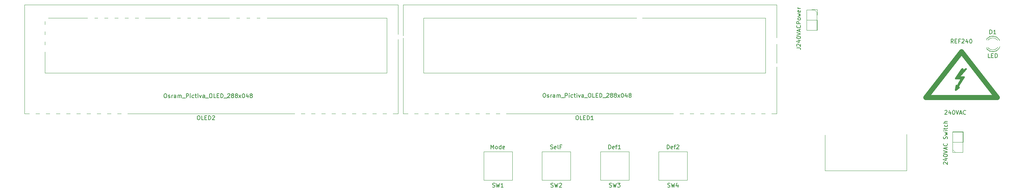
<source format=gto>
%TF.GenerationSoftware,KiCad,Pcbnew,(6.0.0)*%
%TF.CreationDate,2022-01-20T15:09:39+01:00*%
%TF.ProjectId,AlimentatoreDaBancoExATX,416c696d-656e-4746-9174-6f7265446142,rev?*%
%TF.SameCoordinates,Original*%
%TF.FileFunction,Legend,Top*%
%TF.FilePolarity,Positive*%
%FSLAX46Y46*%
G04 Gerber Fmt 4.6, Leading zero omitted, Abs format (unit mm)*
G04 Created by KiCad (PCBNEW (6.0.0)) date 2022-01-20 15:09:39*
%MOMM*%
%LPD*%
G01*
G04 APERTURE LIST*
%ADD10C,0.150000*%
%ADD11C,0.120000*%
%ADD12C,0.100000*%
%ADD13C,0.381000*%
%ADD14C,1.270000*%
%ADD15C,1.524000*%
%ADD16R,1.524000X1.524000*%
%ADD17O,1.524000X1.800000*%
%ADD18R,1.800000X1.800000*%
%ADD19C,1.800000*%
%ADD20C,27.000000*%
%ADD21C,2.500000*%
%ADD22R,1.700000X1.700000*%
%ADD23O,1.700000X1.700000*%
%ADD24R,1.600000X1.600000*%
%ADD25O,1.600000X1.600000*%
%ADD26R,1.500000X1.500000*%
%ADD27C,1.500000*%
%ADD28R,1.600000X2.400000*%
%ADD29O,1.600000X2.400000*%
%ADD30C,1.600000*%
G04 APERTURE END LIST*
D10*
%TO.C,SW2*%
X158070866Y-91717761D02*
X158213723Y-91765380D01*
X158451819Y-91765380D01*
X158547057Y-91717761D01*
X158594676Y-91670142D01*
X158642295Y-91574904D01*
X158642295Y-91479666D01*
X158594676Y-91384428D01*
X158547057Y-91336809D01*
X158451819Y-91289190D01*
X158261342Y-91241571D01*
X158166104Y-91193952D01*
X158118485Y-91146333D01*
X158070866Y-91051095D01*
X158070866Y-90955857D01*
X158118485Y-90860619D01*
X158166104Y-90813000D01*
X158261342Y-90765380D01*
X158499438Y-90765380D01*
X158642295Y-90813000D01*
X158975628Y-90765380D02*
X159213723Y-91765380D01*
X159404200Y-91051095D01*
X159594676Y-91765380D01*
X159832771Y-90765380D01*
X160166104Y-90860619D02*
X160213723Y-90813000D01*
X160308961Y-90765380D01*
X160547057Y-90765380D01*
X160642295Y-90813000D01*
X160689914Y-90860619D01*
X160737533Y-90955857D01*
X160737533Y-91051095D01*
X160689914Y-91193952D01*
X160118485Y-91765380D01*
X160737533Y-91765380D01*
X157957938Y-82167361D02*
X158100795Y-82214980D01*
X158338890Y-82214980D01*
X158434128Y-82167361D01*
X158481747Y-82119742D01*
X158529366Y-82024504D01*
X158529366Y-81929266D01*
X158481747Y-81834028D01*
X158434128Y-81786409D01*
X158338890Y-81738790D01*
X158148414Y-81691171D01*
X158053176Y-81643552D01*
X158005557Y-81595933D01*
X157957938Y-81500695D01*
X157957938Y-81405457D01*
X158005557Y-81310219D01*
X158053176Y-81262600D01*
X158148414Y-81214980D01*
X158386509Y-81214980D01*
X158529366Y-81262600D01*
X159338890Y-82167361D02*
X159243652Y-82214980D01*
X159053176Y-82214980D01*
X158957938Y-82167361D01*
X158910319Y-82072123D01*
X158910319Y-81691171D01*
X158957938Y-81595933D01*
X159053176Y-81548314D01*
X159243652Y-81548314D01*
X159338890Y-81595933D01*
X159386509Y-81691171D01*
X159386509Y-81786409D01*
X158910319Y-81881647D01*
X159957938Y-82214980D02*
X159862700Y-82167361D01*
X159815080Y-82072123D01*
X159815080Y-81214980D01*
X160672223Y-81691171D02*
X160338890Y-81691171D01*
X160338890Y-82214980D02*
X160338890Y-81214980D01*
X160815080Y-81214980D01*
%TO.C,OLED1*%
X164517628Y-73950580D02*
X164708104Y-73950580D01*
X164803342Y-73998200D01*
X164898580Y-74093438D01*
X164946200Y-74283914D01*
X164946200Y-74617247D01*
X164898580Y-74807723D01*
X164803342Y-74902961D01*
X164708104Y-74950580D01*
X164517628Y-74950580D01*
X164422390Y-74902961D01*
X164327152Y-74807723D01*
X164279533Y-74617247D01*
X164279533Y-74283914D01*
X164327152Y-74093438D01*
X164422390Y-73998200D01*
X164517628Y-73950580D01*
X165850961Y-74950580D02*
X165374771Y-74950580D01*
X165374771Y-73950580D01*
X166184295Y-74426771D02*
X166517628Y-74426771D01*
X166660485Y-74950580D02*
X166184295Y-74950580D01*
X166184295Y-73950580D01*
X166660485Y-73950580D01*
X167089057Y-74950580D02*
X167089057Y-73950580D01*
X167327152Y-73950580D01*
X167470009Y-73998200D01*
X167565247Y-74093438D01*
X167612866Y-74188676D01*
X167660485Y-74379152D01*
X167660485Y-74522009D01*
X167612866Y-74712485D01*
X167565247Y-74807723D01*
X167470009Y-74902961D01*
X167327152Y-74950580D01*
X167089057Y-74950580D01*
X168612866Y-74950580D02*
X168041438Y-74950580D01*
X168327152Y-74950580D02*
X168327152Y-73950580D01*
X168231914Y-74093438D01*
X168136676Y-74188676D01*
X168041438Y-74236295D01*
X156336204Y-68362580D02*
X156526680Y-68362580D01*
X156621919Y-68410200D01*
X156717157Y-68505438D01*
X156764776Y-68695914D01*
X156764776Y-69029247D01*
X156717157Y-69219723D01*
X156621919Y-69314961D01*
X156526680Y-69362580D01*
X156336204Y-69362580D01*
X156240966Y-69314961D01*
X156145728Y-69219723D01*
X156098109Y-69029247D01*
X156098109Y-68695914D01*
X156145728Y-68505438D01*
X156240966Y-68410200D01*
X156336204Y-68362580D01*
X157145728Y-69314961D02*
X157240966Y-69362580D01*
X157431442Y-69362580D01*
X157526680Y-69314961D01*
X157574300Y-69219723D01*
X157574300Y-69172104D01*
X157526680Y-69076866D01*
X157431442Y-69029247D01*
X157288585Y-69029247D01*
X157193347Y-68981628D01*
X157145728Y-68886390D01*
X157145728Y-68838771D01*
X157193347Y-68743533D01*
X157288585Y-68695914D01*
X157431442Y-68695914D01*
X157526680Y-68743533D01*
X158002871Y-69362580D02*
X158002871Y-68695914D01*
X158002871Y-68886390D02*
X158050490Y-68791152D01*
X158098109Y-68743533D01*
X158193347Y-68695914D01*
X158288585Y-68695914D01*
X159050490Y-69362580D02*
X159050490Y-68838771D01*
X159002871Y-68743533D01*
X158907633Y-68695914D01*
X158717157Y-68695914D01*
X158621919Y-68743533D01*
X159050490Y-69314961D02*
X158955252Y-69362580D01*
X158717157Y-69362580D01*
X158621919Y-69314961D01*
X158574300Y-69219723D01*
X158574300Y-69124485D01*
X158621919Y-69029247D01*
X158717157Y-68981628D01*
X158955252Y-68981628D01*
X159050490Y-68934009D01*
X159526680Y-69362580D02*
X159526680Y-68695914D01*
X159526680Y-68791152D02*
X159574300Y-68743533D01*
X159669538Y-68695914D01*
X159812395Y-68695914D01*
X159907633Y-68743533D01*
X159955252Y-68838771D01*
X159955252Y-69362580D01*
X159955252Y-68838771D02*
X160002871Y-68743533D01*
X160098109Y-68695914D01*
X160240966Y-68695914D01*
X160336204Y-68743533D01*
X160383823Y-68838771D01*
X160383823Y-69362580D01*
X160621919Y-69457819D02*
X161383823Y-69457819D01*
X161621919Y-69362580D02*
X161621919Y-68362580D01*
X162002871Y-68362580D01*
X162098109Y-68410200D01*
X162145728Y-68457819D01*
X162193347Y-68553057D01*
X162193347Y-68695914D01*
X162145728Y-68791152D01*
X162098109Y-68838771D01*
X162002871Y-68886390D01*
X161621919Y-68886390D01*
X162621919Y-69362580D02*
X162621919Y-68695914D01*
X162621919Y-68362580D02*
X162574300Y-68410200D01*
X162621919Y-68457819D01*
X162669538Y-68410200D01*
X162621919Y-68362580D01*
X162621919Y-68457819D01*
X163526680Y-69314961D02*
X163431442Y-69362580D01*
X163240966Y-69362580D01*
X163145728Y-69314961D01*
X163098109Y-69267342D01*
X163050490Y-69172104D01*
X163050490Y-68886390D01*
X163098109Y-68791152D01*
X163145728Y-68743533D01*
X163240966Y-68695914D01*
X163431442Y-68695914D01*
X163526680Y-68743533D01*
X163812395Y-68695914D02*
X164193347Y-68695914D01*
X163955252Y-68362580D02*
X163955252Y-69219723D01*
X164002871Y-69314961D01*
X164098109Y-69362580D01*
X164193347Y-69362580D01*
X164526680Y-69362580D02*
X164526680Y-68695914D01*
X164526680Y-68362580D02*
X164479061Y-68410200D01*
X164526680Y-68457819D01*
X164574300Y-68410200D01*
X164526680Y-68362580D01*
X164526680Y-68457819D01*
X164907633Y-68695914D02*
X165145728Y-69362580D01*
X165383823Y-68695914D01*
X166193347Y-69362580D02*
X166193347Y-68838771D01*
X166145728Y-68743533D01*
X166050490Y-68695914D01*
X165860014Y-68695914D01*
X165764776Y-68743533D01*
X166193347Y-69314961D02*
X166098109Y-69362580D01*
X165860014Y-69362580D01*
X165764776Y-69314961D01*
X165717157Y-69219723D01*
X165717157Y-69124485D01*
X165764776Y-69029247D01*
X165860014Y-68981628D01*
X166098109Y-68981628D01*
X166193347Y-68934009D01*
X166431442Y-69457819D02*
X167193347Y-69457819D01*
X167621919Y-68362580D02*
X167812395Y-68362580D01*
X167907633Y-68410200D01*
X168002871Y-68505438D01*
X168050490Y-68695914D01*
X168050490Y-69029247D01*
X168002871Y-69219723D01*
X167907633Y-69314961D01*
X167812395Y-69362580D01*
X167621919Y-69362580D01*
X167526680Y-69314961D01*
X167431442Y-69219723D01*
X167383823Y-69029247D01*
X167383823Y-68695914D01*
X167431442Y-68505438D01*
X167526680Y-68410200D01*
X167621919Y-68362580D01*
X168955252Y-69362580D02*
X168479061Y-69362580D01*
X168479061Y-68362580D01*
X169288585Y-68838771D02*
X169621919Y-68838771D01*
X169764776Y-69362580D02*
X169288585Y-69362580D01*
X169288585Y-68362580D01*
X169764776Y-68362580D01*
X170193347Y-69362580D02*
X170193347Y-68362580D01*
X170431442Y-68362580D01*
X170574300Y-68410200D01*
X170669538Y-68505438D01*
X170717157Y-68600676D01*
X170764776Y-68791152D01*
X170764776Y-68934009D01*
X170717157Y-69124485D01*
X170669538Y-69219723D01*
X170574300Y-69314961D01*
X170431442Y-69362580D01*
X170193347Y-69362580D01*
X170955252Y-69457819D02*
X171717157Y-69457819D01*
X171907633Y-68457819D02*
X171955252Y-68410200D01*
X172050490Y-68362580D01*
X172288585Y-68362580D01*
X172383823Y-68410200D01*
X172431442Y-68457819D01*
X172479061Y-68553057D01*
X172479061Y-68648295D01*
X172431442Y-68791152D01*
X171860014Y-69362580D01*
X172479061Y-69362580D01*
X173050490Y-68791152D02*
X172955252Y-68743533D01*
X172907633Y-68695914D01*
X172860014Y-68600676D01*
X172860014Y-68553057D01*
X172907633Y-68457819D01*
X172955252Y-68410200D01*
X173050490Y-68362580D01*
X173240966Y-68362580D01*
X173336204Y-68410200D01*
X173383823Y-68457819D01*
X173431442Y-68553057D01*
X173431442Y-68600676D01*
X173383823Y-68695914D01*
X173336204Y-68743533D01*
X173240966Y-68791152D01*
X173050490Y-68791152D01*
X172955252Y-68838771D01*
X172907633Y-68886390D01*
X172860014Y-68981628D01*
X172860014Y-69172104D01*
X172907633Y-69267342D01*
X172955252Y-69314961D01*
X173050490Y-69362580D01*
X173240966Y-69362580D01*
X173336204Y-69314961D01*
X173383823Y-69267342D01*
X173431442Y-69172104D01*
X173431442Y-68981628D01*
X173383823Y-68886390D01*
X173336204Y-68838771D01*
X173240966Y-68791152D01*
X174002871Y-68791152D02*
X173907633Y-68743533D01*
X173860014Y-68695914D01*
X173812395Y-68600676D01*
X173812395Y-68553057D01*
X173860014Y-68457819D01*
X173907633Y-68410200D01*
X174002871Y-68362580D01*
X174193347Y-68362580D01*
X174288585Y-68410200D01*
X174336204Y-68457819D01*
X174383823Y-68553057D01*
X174383823Y-68600676D01*
X174336204Y-68695914D01*
X174288585Y-68743533D01*
X174193347Y-68791152D01*
X174002871Y-68791152D01*
X173907633Y-68838771D01*
X173860014Y-68886390D01*
X173812395Y-68981628D01*
X173812395Y-69172104D01*
X173860014Y-69267342D01*
X173907633Y-69314961D01*
X174002871Y-69362580D01*
X174193347Y-69362580D01*
X174288585Y-69314961D01*
X174336204Y-69267342D01*
X174383823Y-69172104D01*
X174383823Y-68981628D01*
X174336204Y-68886390D01*
X174288585Y-68838771D01*
X174193347Y-68791152D01*
X174717157Y-69362580D02*
X175240966Y-68695914D01*
X174717157Y-68695914D02*
X175240966Y-69362580D01*
X175812395Y-68362580D02*
X175907633Y-68362580D01*
X176002871Y-68410200D01*
X176050490Y-68457819D01*
X176098109Y-68553057D01*
X176145728Y-68743533D01*
X176145728Y-68981628D01*
X176098109Y-69172104D01*
X176050490Y-69267342D01*
X176002871Y-69314961D01*
X175907633Y-69362580D01*
X175812395Y-69362580D01*
X175717157Y-69314961D01*
X175669538Y-69267342D01*
X175621919Y-69172104D01*
X175574300Y-68981628D01*
X175574300Y-68743533D01*
X175621919Y-68553057D01*
X175669538Y-68457819D01*
X175717157Y-68410200D01*
X175812395Y-68362580D01*
X177002871Y-68695914D02*
X177002871Y-69362580D01*
X176764776Y-68314961D02*
X176526680Y-69029247D01*
X177145728Y-69029247D01*
X177669538Y-68791152D02*
X177574300Y-68743533D01*
X177526680Y-68695914D01*
X177479061Y-68600676D01*
X177479061Y-68553057D01*
X177526680Y-68457819D01*
X177574300Y-68410200D01*
X177669538Y-68362580D01*
X177860014Y-68362580D01*
X177955252Y-68410200D01*
X178002871Y-68457819D01*
X178050490Y-68553057D01*
X178050490Y-68600676D01*
X178002871Y-68695914D01*
X177955252Y-68743533D01*
X177860014Y-68791152D01*
X177669538Y-68791152D01*
X177574300Y-68838771D01*
X177526680Y-68886390D01*
X177479061Y-68981628D01*
X177479061Y-69172104D01*
X177526680Y-69267342D01*
X177574300Y-69314961D01*
X177669538Y-69362580D01*
X177860014Y-69362580D01*
X177955252Y-69314961D01*
X178002871Y-69267342D01*
X178050490Y-69172104D01*
X178050490Y-68981628D01*
X178002871Y-68886390D01*
X177955252Y-68838771D01*
X177860014Y-68791152D01*
%TO.C,D1*%
X267292404Y-53512980D02*
X267292404Y-52512980D01*
X267530500Y-52512980D01*
X267673357Y-52560600D01*
X267768595Y-52655838D01*
X267816214Y-52751076D01*
X267863833Y-52941552D01*
X267863833Y-53084409D01*
X267816214Y-53274885D01*
X267768595Y-53370123D01*
X267673357Y-53465361D01*
X267530500Y-53512980D01*
X267292404Y-53512980D01*
X268816214Y-53512980D02*
X268244785Y-53512980D01*
X268530500Y-53512980D02*
X268530500Y-52512980D01*
X268435261Y-52655838D01*
X268340023Y-52751076D01*
X268244785Y-52798695D01*
X267387642Y-59432980D02*
X266911452Y-59432980D01*
X266911452Y-58432980D01*
X267720976Y-58909171D02*
X268054309Y-58909171D01*
X268197166Y-59432980D02*
X267720976Y-59432980D01*
X267720976Y-58432980D01*
X268197166Y-58432980D01*
X268625738Y-59432980D02*
X268625738Y-58432980D01*
X268863833Y-58432980D01*
X269006690Y-58480600D01*
X269101928Y-58575838D01*
X269149547Y-58671076D01*
X269197166Y-58861552D01*
X269197166Y-59004409D01*
X269149547Y-59194885D01*
X269101928Y-59290123D01*
X269006690Y-59385361D01*
X268863833Y-59432980D01*
X268625738Y-59432980D01*
%TO.C,REF240*%
X258223000Y-55824380D02*
X257889666Y-55348190D01*
X257651571Y-55824380D02*
X257651571Y-54824380D01*
X258032523Y-54824380D01*
X258127761Y-54872000D01*
X258175380Y-54919619D01*
X258223000Y-55014857D01*
X258223000Y-55157714D01*
X258175380Y-55252952D01*
X258127761Y-55300571D01*
X258032523Y-55348190D01*
X257651571Y-55348190D01*
X258651571Y-55300571D02*
X258984904Y-55300571D01*
X259127761Y-55824380D02*
X258651571Y-55824380D01*
X258651571Y-54824380D01*
X259127761Y-54824380D01*
X259889666Y-55300571D02*
X259556333Y-55300571D01*
X259556333Y-55824380D02*
X259556333Y-54824380D01*
X260032523Y-54824380D01*
X260365857Y-54919619D02*
X260413476Y-54872000D01*
X260508714Y-54824380D01*
X260746809Y-54824380D01*
X260842047Y-54872000D01*
X260889666Y-54919619D01*
X260937285Y-55014857D01*
X260937285Y-55110095D01*
X260889666Y-55252952D01*
X260318238Y-55824380D01*
X260937285Y-55824380D01*
X261794428Y-55157714D02*
X261794428Y-55824380D01*
X261556333Y-54776761D02*
X261318238Y-55491047D01*
X261937285Y-55491047D01*
X262508714Y-54824380D02*
X262603952Y-54824380D01*
X262699190Y-54872000D01*
X262746809Y-54919619D01*
X262794428Y-55014857D01*
X262842047Y-55205333D01*
X262842047Y-55443428D01*
X262794428Y-55633904D01*
X262746809Y-55729142D01*
X262699190Y-55776761D01*
X262603952Y-55824380D01*
X262508714Y-55824380D01*
X262413476Y-55776761D01*
X262365857Y-55729142D01*
X262318238Y-55633904D01*
X262270619Y-55443428D01*
X262270619Y-55205333D01*
X262318238Y-55014857D01*
X262365857Y-54919619D01*
X262413476Y-54872000D01*
X262508714Y-54824380D01*
X256103761Y-72699619D02*
X256151380Y-72652000D01*
X256246619Y-72604380D01*
X256484714Y-72604380D01*
X256579952Y-72652000D01*
X256627571Y-72699619D01*
X256675190Y-72794857D01*
X256675190Y-72890095D01*
X256627571Y-73032952D01*
X256056142Y-73604380D01*
X256675190Y-73604380D01*
X257532333Y-72937714D02*
X257532333Y-73604380D01*
X257294238Y-72556761D02*
X257056142Y-73271047D01*
X257675190Y-73271047D01*
X258246619Y-72604380D02*
X258341857Y-72604380D01*
X258437095Y-72652000D01*
X258484714Y-72699619D01*
X258532333Y-72794857D01*
X258579952Y-72985333D01*
X258579952Y-73223428D01*
X258532333Y-73413904D01*
X258484714Y-73509142D01*
X258437095Y-73556761D01*
X258341857Y-73604380D01*
X258246619Y-73604380D01*
X258151380Y-73556761D01*
X258103761Y-73509142D01*
X258056142Y-73413904D01*
X258008523Y-73223428D01*
X258008523Y-72985333D01*
X258056142Y-72794857D01*
X258103761Y-72699619D01*
X258151380Y-72652000D01*
X258246619Y-72604380D01*
X258865666Y-72604380D02*
X259199000Y-73604380D01*
X259532333Y-72604380D01*
X259818047Y-73318666D02*
X260294238Y-73318666D01*
X259722809Y-73604380D02*
X260056142Y-72604380D01*
X260389476Y-73604380D01*
X261294238Y-73509142D02*
X261246619Y-73556761D01*
X261103761Y-73604380D01*
X261008523Y-73604380D01*
X260865666Y-73556761D01*
X260770428Y-73461523D01*
X260722809Y-73366285D01*
X260675190Y-73175809D01*
X260675190Y-73032952D01*
X260722809Y-72842476D01*
X260770428Y-72747238D01*
X260865666Y-72652000D01*
X261008523Y-72604380D01*
X261103761Y-72604380D01*
X261246619Y-72652000D01*
X261294238Y-72699619D01*
%TO.C,SW1*%
X143538966Y-91717761D02*
X143681823Y-91765380D01*
X143919919Y-91765380D01*
X144015157Y-91717761D01*
X144062776Y-91670142D01*
X144110395Y-91574904D01*
X144110395Y-91479666D01*
X144062776Y-91384428D01*
X144015157Y-91336809D01*
X143919919Y-91289190D01*
X143729442Y-91241571D01*
X143634204Y-91193952D01*
X143586585Y-91146333D01*
X143538966Y-91051095D01*
X143538966Y-90955857D01*
X143586585Y-90860619D01*
X143634204Y-90813000D01*
X143729442Y-90765380D01*
X143967538Y-90765380D01*
X144110395Y-90813000D01*
X144443728Y-90765380D02*
X144681823Y-91765380D01*
X144872300Y-91051095D01*
X145062776Y-91765380D01*
X145300871Y-90765380D01*
X146205633Y-91765380D02*
X145634204Y-91765380D01*
X145919919Y-91765380D02*
X145919919Y-90765380D01*
X145824680Y-90908238D01*
X145729442Y-91003476D01*
X145634204Y-91051095D01*
X143164133Y-82214980D02*
X143164133Y-81214980D01*
X143497466Y-81929266D01*
X143830800Y-81214980D01*
X143830800Y-82214980D01*
X144449847Y-82214980D02*
X144354609Y-82167361D01*
X144306990Y-82119742D01*
X144259371Y-82024504D01*
X144259371Y-81738790D01*
X144306990Y-81643552D01*
X144354609Y-81595933D01*
X144449847Y-81548314D01*
X144592704Y-81548314D01*
X144687942Y-81595933D01*
X144735561Y-81643552D01*
X144783180Y-81738790D01*
X144783180Y-82024504D01*
X144735561Y-82119742D01*
X144687942Y-82167361D01*
X144592704Y-82214980D01*
X144449847Y-82214980D01*
X145640323Y-82214980D02*
X145640323Y-81214980D01*
X145640323Y-82167361D02*
X145545085Y-82214980D01*
X145354609Y-82214980D01*
X145259371Y-82167361D01*
X145211752Y-82119742D01*
X145164133Y-82024504D01*
X145164133Y-81738790D01*
X145211752Y-81643552D01*
X145259371Y-81595933D01*
X145354609Y-81548314D01*
X145545085Y-81548314D01*
X145640323Y-81595933D01*
X146497466Y-82167361D02*
X146402228Y-82214980D01*
X146211752Y-82214980D01*
X146116514Y-82167361D01*
X146068895Y-82072123D01*
X146068895Y-81691171D01*
X146116514Y-81595933D01*
X146211752Y-81548314D01*
X146402228Y-81548314D01*
X146497466Y-81595933D01*
X146545085Y-81691171D01*
X146545085Y-81786409D01*
X146068895Y-81881647D01*
%TO.C,U2*%
X237235904Y-70897619D02*
X237235904Y-70088095D01*
X237188285Y-69992857D01*
X237140666Y-69945238D01*
X237045428Y-69897619D01*
X236854952Y-69897619D01*
X236759714Y-69945238D01*
X236712095Y-69992857D01*
X236664476Y-70088095D01*
X236664476Y-70897619D01*
X236235904Y-70802380D02*
X236188285Y-70850000D01*
X236093047Y-70897619D01*
X235854952Y-70897619D01*
X235759714Y-70850000D01*
X235712095Y-70802380D01*
X235664476Y-70707142D01*
X235664476Y-70611904D01*
X235712095Y-70469047D01*
X236283523Y-69897619D01*
X235664476Y-69897619D01*
X246212095Y-69397619D02*
X246021619Y-69397619D01*
X245926380Y-69350000D01*
X245831142Y-69254761D01*
X245783523Y-69064285D01*
X245783523Y-68730952D01*
X245831142Y-68540476D01*
X245926380Y-68445238D01*
X246021619Y-68397619D01*
X246212095Y-68397619D01*
X246307333Y-68445238D01*
X246402571Y-68540476D01*
X246450190Y-68730952D01*
X246450190Y-69064285D01*
X246402571Y-69254761D01*
X246307333Y-69350000D01*
X246212095Y-69397619D01*
X245354952Y-69064285D02*
X245354952Y-68064285D01*
X245354952Y-69016666D02*
X245259714Y-69064285D01*
X245069238Y-69064285D01*
X244974000Y-69016666D01*
X244926380Y-68969047D01*
X244878761Y-68873809D01*
X244878761Y-68588095D01*
X244926380Y-68492857D01*
X244974000Y-68445238D01*
X245069238Y-68397619D01*
X245259714Y-68397619D01*
X245354952Y-68445238D01*
X244593047Y-69064285D02*
X244212095Y-69064285D01*
X244450190Y-69397619D02*
X244450190Y-68540476D01*
X244402571Y-68445238D01*
X244307333Y-68397619D01*
X244212095Y-68397619D01*
X243878761Y-68397619D02*
X243878761Y-69064285D01*
X243878761Y-69397619D02*
X243926380Y-69350000D01*
X243878761Y-69302380D01*
X243831142Y-69350000D01*
X243878761Y-69397619D01*
X243878761Y-69302380D01*
X242974000Y-68445238D02*
X243069238Y-68397619D01*
X243259714Y-68397619D01*
X243354952Y-68445238D01*
X243402571Y-68492857D01*
X243450190Y-68588095D01*
X243450190Y-68873809D01*
X243402571Y-68969047D01*
X243354952Y-69016666D01*
X243259714Y-69064285D01*
X243069238Y-69064285D01*
X242974000Y-69016666D01*
X242116857Y-68397619D02*
X242116857Y-68921428D01*
X242164476Y-69016666D01*
X242259714Y-69064285D01*
X242450190Y-69064285D01*
X242545428Y-69016666D01*
X242116857Y-68445238D02*
X242212095Y-68397619D01*
X242450190Y-68397619D01*
X242545428Y-68445238D01*
X242593047Y-68540476D01*
X242593047Y-68635714D01*
X242545428Y-68730952D01*
X242450190Y-68778571D01*
X242212095Y-68778571D01*
X242116857Y-68826190D01*
X241497809Y-68397619D02*
X241593047Y-68445238D01*
X241640666Y-68540476D01*
X241640666Y-69397619D01*
X241354952Y-68302380D02*
X240593047Y-68302380D01*
X239783523Y-68397619D02*
X240116857Y-68873809D01*
X240354952Y-68397619D02*
X240354952Y-69397619D01*
X239974000Y-69397619D01*
X239878761Y-69350000D01*
X239831142Y-69302380D01*
X239783523Y-69207142D01*
X239783523Y-69064285D01*
X239831142Y-68969047D01*
X239878761Y-68921428D01*
X239974000Y-68873809D01*
X240354952Y-68873809D01*
X239212095Y-68397619D02*
X239307333Y-68445238D01*
X239354952Y-68492857D01*
X239402571Y-68588095D01*
X239402571Y-68873809D01*
X239354952Y-68969047D01*
X239307333Y-69016666D01*
X239212095Y-69064285D01*
X239069238Y-69064285D01*
X238974000Y-69016666D01*
X238926380Y-68969047D01*
X238878761Y-68873809D01*
X238878761Y-68588095D01*
X238926380Y-68492857D01*
X238974000Y-68445238D01*
X239069238Y-68397619D01*
X239212095Y-68397619D01*
X238593047Y-69064285D02*
X238212095Y-69064285D01*
X238450190Y-69397619D02*
X238450190Y-68540476D01*
X238402571Y-68445238D01*
X238307333Y-68397619D01*
X238212095Y-68397619D01*
X237450190Y-68397619D02*
X237450190Y-68921428D01*
X237497809Y-69016666D01*
X237593047Y-69064285D01*
X237783523Y-69064285D01*
X237878761Y-69016666D01*
X237450190Y-68445238D02*
X237545428Y-68397619D01*
X237783523Y-68397619D01*
X237878761Y-68445238D01*
X237926380Y-68540476D01*
X237926380Y-68635714D01*
X237878761Y-68730952D01*
X237783523Y-68778571D01*
X237545428Y-68778571D01*
X237450190Y-68826190D01*
X236974000Y-68397619D02*
X236974000Y-69064285D01*
X236974000Y-68873809D02*
X236926380Y-68969047D01*
X236878761Y-69016666D01*
X236783523Y-69064285D01*
X236688285Y-69064285D01*
X236450190Y-69064285D02*
X236212095Y-68397619D01*
X235974000Y-69064285D02*
X236212095Y-68397619D01*
X236307333Y-68159523D01*
X236354952Y-68111904D01*
X236450190Y-68064285D01*
X235831142Y-68302380D02*
X235069238Y-68302380D01*
X234831142Y-68921428D02*
X234497809Y-68921428D01*
X234354952Y-68397619D02*
X234831142Y-68397619D01*
X234831142Y-69397619D01*
X234354952Y-69397619D01*
X233926380Y-69064285D02*
X233926380Y-68397619D01*
X233926380Y-68969047D02*
X233878761Y-69016666D01*
X233783523Y-69064285D01*
X233640666Y-69064285D01*
X233545428Y-69016666D01*
X233497809Y-68921428D01*
X233497809Y-68397619D01*
X232593047Y-68445238D02*
X232688285Y-68397619D01*
X232878761Y-68397619D01*
X232974000Y-68445238D01*
X233021619Y-68492857D01*
X233069238Y-68588095D01*
X233069238Y-68873809D01*
X233021619Y-68969047D01*
X232974000Y-69016666D01*
X232878761Y-69064285D01*
X232688285Y-69064285D01*
X232593047Y-69016666D01*
X232021619Y-68397619D02*
X232116857Y-68445238D01*
X232164476Y-68492857D01*
X232212095Y-68588095D01*
X232212095Y-68873809D01*
X232164476Y-68969047D01*
X232116857Y-69016666D01*
X232021619Y-69064285D01*
X231878761Y-69064285D01*
X231783523Y-69016666D01*
X231735904Y-68969047D01*
X231688285Y-68873809D01*
X231688285Y-68588095D01*
X231735904Y-68492857D01*
X231783523Y-68445238D01*
X231878761Y-68397619D01*
X232021619Y-68397619D01*
X230831142Y-68397619D02*
X230831142Y-69397619D01*
X230831142Y-68445238D02*
X230926380Y-68397619D01*
X231116857Y-68397619D01*
X231212095Y-68445238D01*
X231259714Y-68492857D01*
X231307333Y-68588095D01*
X231307333Y-68873809D01*
X231259714Y-68969047D01*
X231212095Y-69016666D01*
X231116857Y-69064285D01*
X230926380Y-69064285D01*
X230831142Y-69016666D01*
X229974000Y-68445238D02*
X230069238Y-68397619D01*
X230259714Y-68397619D01*
X230354952Y-68445238D01*
X230402571Y-68540476D01*
X230402571Y-68921428D01*
X230354952Y-69016666D01*
X230259714Y-69064285D01*
X230069238Y-69064285D01*
X229974000Y-69016666D01*
X229926380Y-68921428D01*
X229926380Y-68826190D01*
X230402571Y-68730952D01*
X229497809Y-68397619D02*
X229497809Y-69064285D01*
X229497809Y-68873809D02*
X229450190Y-68969047D01*
X229402571Y-69016666D01*
X229307333Y-69064285D01*
X229212095Y-69064285D01*
X229116857Y-68302380D02*
X228354952Y-68302380D01*
X227926380Y-69397619D02*
X227735904Y-69397619D01*
X227640666Y-69350000D01*
X227545428Y-69254761D01*
X227497809Y-69064285D01*
X227497809Y-68730952D01*
X227545428Y-68540476D01*
X227640666Y-68445238D01*
X227735904Y-68397619D01*
X227926380Y-68397619D01*
X228021619Y-68445238D01*
X228116857Y-68540476D01*
X228164476Y-68730952D01*
X228164476Y-69064285D01*
X228116857Y-69254761D01*
X228021619Y-69350000D01*
X227926380Y-69397619D01*
X226497809Y-68492857D02*
X226545428Y-68445238D01*
X226688285Y-68397619D01*
X226783523Y-68397619D01*
X226926380Y-68445238D01*
X227021619Y-68540476D01*
X227069238Y-68635714D01*
X227116857Y-68826190D01*
X227116857Y-68969047D01*
X227069238Y-69159523D01*
X227021619Y-69254761D01*
X226926380Y-69350000D01*
X226783523Y-69397619D01*
X226688285Y-69397619D01*
X226545428Y-69350000D01*
X226497809Y-69302380D01*
%TO.C,SW3*%
X172602766Y-91717761D02*
X172745623Y-91765380D01*
X172983719Y-91765380D01*
X173078957Y-91717761D01*
X173126576Y-91670142D01*
X173174195Y-91574904D01*
X173174195Y-91479666D01*
X173126576Y-91384428D01*
X173078957Y-91336809D01*
X172983719Y-91289190D01*
X172793242Y-91241571D01*
X172698004Y-91193952D01*
X172650385Y-91146333D01*
X172602766Y-91051095D01*
X172602766Y-90955857D01*
X172650385Y-90860619D01*
X172698004Y-90813000D01*
X172793242Y-90765380D01*
X173031338Y-90765380D01*
X173174195Y-90813000D01*
X173507528Y-90765380D02*
X173745623Y-91765380D01*
X173936100Y-91051095D01*
X174126576Y-91765380D01*
X174364671Y-90765380D01*
X174650385Y-90765380D02*
X175269433Y-90765380D01*
X174936100Y-91146333D01*
X175078957Y-91146333D01*
X175174195Y-91193952D01*
X175221814Y-91241571D01*
X175269433Y-91336809D01*
X175269433Y-91574904D01*
X175221814Y-91670142D01*
X175174195Y-91717761D01*
X175078957Y-91765380D01*
X174793242Y-91765380D01*
X174698004Y-91717761D01*
X174650385Y-91670142D01*
X172442219Y-82214980D02*
X172442219Y-81214980D01*
X172680314Y-81214980D01*
X172823171Y-81262600D01*
X172918409Y-81357838D01*
X172966028Y-81453076D01*
X173013647Y-81643552D01*
X173013647Y-81786409D01*
X172966028Y-81976885D01*
X172918409Y-82072123D01*
X172823171Y-82167361D01*
X172680314Y-82214980D01*
X172442219Y-82214980D01*
X173823171Y-82167361D02*
X173727933Y-82214980D01*
X173537457Y-82214980D01*
X173442219Y-82167361D01*
X173394600Y-82072123D01*
X173394600Y-81691171D01*
X173442219Y-81595933D01*
X173537457Y-81548314D01*
X173727933Y-81548314D01*
X173823171Y-81595933D01*
X173870790Y-81691171D01*
X173870790Y-81786409D01*
X173394600Y-81881647D01*
X174156504Y-81548314D02*
X174537457Y-81548314D01*
X174299361Y-82214980D02*
X174299361Y-81357838D01*
X174346980Y-81262600D01*
X174442219Y-81214980D01*
X174537457Y-81214980D01*
X175394600Y-82214980D02*
X174823171Y-82214980D01*
X175108885Y-82214980D02*
X175108885Y-81214980D01*
X175013647Y-81357838D01*
X174918409Y-81453076D01*
X174823171Y-81500695D01*
%TO.C,240VAC Switch*%
X255833619Y-86051352D02*
X255786000Y-86003733D01*
X255738380Y-85908495D01*
X255738380Y-85670400D01*
X255786000Y-85575161D01*
X255833619Y-85527542D01*
X255928857Y-85479923D01*
X256024095Y-85479923D01*
X256166952Y-85527542D01*
X256738380Y-86098971D01*
X256738380Y-85479923D01*
X256071714Y-84622780D02*
X256738380Y-84622780D01*
X255690761Y-84860876D02*
X256405047Y-85098971D01*
X256405047Y-84479923D01*
X255738380Y-83908495D02*
X255738380Y-83813257D01*
X255786000Y-83718019D01*
X255833619Y-83670400D01*
X255928857Y-83622780D01*
X256119333Y-83575161D01*
X256357428Y-83575161D01*
X256547904Y-83622780D01*
X256643142Y-83670400D01*
X256690761Y-83718019D01*
X256738380Y-83813257D01*
X256738380Y-83908495D01*
X256690761Y-84003733D01*
X256643142Y-84051352D01*
X256547904Y-84098971D01*
X256357428Y-84146590D01*
X256119333Y-84146590D01*
X255928857Y-84098971D01*
X255833619Y-84051352D01*
X255786000Y-84003733D01*
X255738380Y-83908495D01*
X255738380Y-83289447D02*
X256738380Y-82956114D01*
X255738380Y-82622780D01*
X256452666Y-82337066D02*
X256452666Y-81860876D01*
X256738380Y-82432304D02*
X255738380Y-82098971D01*
X256738380Y-81765638D01*
X256643142Y-80860876D02*
X256690761Y-80908495D01*
X256738380Y-81051352D01*
X256738380Y-81146590D01*
X256690761Y-81289447D01*
X256595523Y-81384685D01*
X256500285Y-81432304D01*
X256309809Y-81479923D01*
X256166952Y-81479923D01*
X255976476Y-81432304D01*
X255881238Y-81384685D01*
X255786000Y-81289447D01*
X255738380Y-81146590D01*
X255738380Y-81051352D01*
X255786000Y-80908495D01*
X255833619Y-80860876D01*
X256690761Y-79718019D02*
X256738380Y-79575161D01*
X256738380Y-79337066D01*
X256690761Y-79241828D01*
X256643142Y-79194209D01*
X256547904Y-79146590D01*
X256452666Y-79146590D01*
X256357428Y-79194209D01*
X256309809Y-79241828D01*
X256262190Y-79337066D01*
X256214571Y-79527542D01*
X256166952Y-79622780D01*
X256119333Y-79670400D01*
X256024095Y-79718019D01*
X255928857Y-79718019D01*
X255833619Y-79670400D01*
X255786000Y-79622780D01*
X255738380Y-79527542D01*
X255738380Y-79289447D01*
X255786000Y-79146590D01*
X256071714Y-78813257D02*
X256738380Y-78622780D01*
X256262190Y-78432304D01*
X256738380Y-78241828D01*
X256071714Y-78051352D01*
X256738380Y-77670400D02*
X256071714Y-77670400D01*
X255738380Y-77670400D02*
X255786000Y-77718019D01*
X255833619Y-77670400D01*
X255786000Y-77622780D01*
X255738380Y-77670400D01*
X255833619Y-77670400D01*
X256071714Y-77337066D02*
X256071714Y-76956114D01*
X255738380Y-77194209D02*
X256595523Y-77194209D01*
X256690761Y-77146590D01*
X256738380Y-77051352D01*
X256738380Y-76956114D01*
X256690761Y-76194209D02*
X256738380Y-76289447D01*
X256738380Y-76479923D01*
X256690761Y-76575161D01*
X256643142Y-76622780D01*
X256547904Y-76670400D01*
X256262190Y-76670400D01*
X256166952Y-76622780D01*
X256119333Y-76575161D01*
X256071714Y-76479923D01*
X256071714Y-76289447D01*
X256119333Y-76194209D01*
X256738380Y-75765638D02*
X255738380Y-75765638D01*
X256738380Y-75337066D02*
X256214571Y-75337066D01*
X256119333Y-75384685D01*
X256071714Y-75479923D01*
X256071714Y-75622780D01*
X256119333Y-75718019D01*
X256166952Y-75765638D01*
%TO.C,SW4*%
X187134666Y-91717761D02*
X187277523Y-91765380D01*
X187515619Y-91765380D01*
X187610857Y-91717761D01*
X187658476Y-91670142D01*
X187706095Y-91574904D01*
X187706095Y-91479666D01*
X187658476Y-91384428D01*
X187610857Y-91336809D01*
X187515619Y-91289190D01*
X187325142Y-91241571D01*
X187229904Y-91193952D01*
X187182285Y-91146333D01*
X187134666Y-91051095D01*
X187134666Y-90955857D01*
X187182285Y-90860619D01*
X187229904Y-90813000D01*
X187325142Y-90765380D01*
X187563238Y-90765380D01*
X187706095Y-90813000D01*
X188039428Y-90765380D02*
X188277523Y-91765380D01*
X188468000Y-91051095D01*
X188658476Y-91765380D01*
X188896571Y-90765380D01*
X189706095Y-91098714D02*
X189706095Y-91765380D01*
X189468000Y-90717761D02*
X189229904Y-91432047D01*
X189848952Y-91432047D01*
X186974119Y-82214980D02*
X186974119Y-81214980D01*
X187212214Y-81214980D01*
X187355071Y-81262600D01*
X187450309Y-81357838D01*
X187497928Y-81453076D01*
X187545547Y-81643552D01*
X187545547Y-81786409D01*
X187497928Y-81976885D01*
X187450309Y-82072123D01*
X187355071Y-82167361D01*
X187212214Y-82214980D01*
X186974119Y-82214980D01*
X188355071Y-82167361D02*
X188259833Y-82214980D01*
X188069357Y-82214980D01*
X187974119Y-82167361D01*
X187926500Y-82072123D01*
X187926500Y-81691171D01*
X187974119Y-81595933D01*
X188069357Y-81548314D01*
X188259833Y-81548314D01*
X188355071Y-81595933D01*
X188402690Y-81691171D01*
X188402690Y-81786409D01*
X187926500Y-81881647D01*
X188688404Y-81548314D02*
X189069357Y-81548314D01*
X188831261Y-82214980D02*
X188831261Y-81357838D01*
X188878880Y-81262600D01*
X188974119Y-81214980D01*
X189069357Y-81214980D01*
X189355071Y-81310219D02*
X189402690Y-81262600D01*
X189497928Y-81214980D01*
X189736023Y-81214980D01*
X189831261Y-81262600D01*
X189878880Y-81310219D01*
X189926500Y-81405457D01*
X189926500Y-81500695D01*
X189878880Y-81643552D01*
X189307452Y-82214980D01*
X189926500Y-82214980D01*
%TO.C,J240VACPower*%
X219213180Y-57028742D02*
X219927466Y-57028742D01*
X220070323Y-57076361D01*
X220165561Y-57171600D01*
X220213180Y-57314457D01*
X220213180Y-57409695D01*
X219308419Y-56600171D02*
X219260800Y-56552552D01*
X219213180Y-56457314D01*
X219213180Y-56219219D01*
X219260800Y-56123980D01*
X219308419Y-56076361D01*
X219403657Y-56028742D01*
X219498895Y-56028742D01*
X219641752Y-56076361D01*
X220213180Y-56647790D01*
X220213180Y-56028742D01*
X219546514Y-55171600D02*
X220213180Y-55171600D01*
X219165561Y-55409695D02*
X219879847Y-55647790D01*
X219879847Y-55028742D01*
X219213180Y-54457314D02*
X219213180Y-54362076D01*
X219260800Y-54266838D01*
X219308419Y-54219219D01*
X219403657Y-54171600D01*
X219594133Y-54123980D01*
X219832228Y-54123980D01*
X220022704Y-54171600D01*
X220117942Y-54219219D01*
X220165561Y-54266838D01*
X220213180Y-54362076D01*
X220213180Y-54457314D01*
X220165561Y-54552552D01*
X220117942Y-54600171D01*
X220022704Y-54647790D01*
X219832228Y-54695409D01*
X219594133Y-54695409D01*
X219403657Y-54647790D01*
X219308419Y-54600171D01*
X219260800Y-54552552D01*
X219213180Y-54457314D01*
X219213180Y-53838266D02*
X220213180Y-53504933D01*
X219213180Y-53171600D01*
X219927466Y-52885885D02*
X219927466Y-52409695D01*
X220213180Y-52981123D02*
X219213180Y-52647790D01*
X220213180Y-52314457D01*
X220117942Y-51409695D02*
X220165561Y-51457314D01*
X220213180Y-51600171D01*
X220213180Y-51695409D01*
X220165561Y-51838266D01*
X220070323Y-51933504D01*
X219975085Y-51981123D01*
X219784609Y-52028742D01*
X219641752Y-52028742D01*
X219451276Y-51981123D01*
X219356038Y-51933504D01*
X219260800Y-51838266D01*
X219213180Y-51695409D01*
X219213180Y-51600171D01*
X219260800Y-51457314D01*
X219308419Y-51409695D01*
X220213180Y-50981123D02*
X219213180Y-50981123D01*
X219213180Y-50600171D01*
X219260800Y-50504933D01*
X219308419Y-50457314D01*
X219403657Y-50409695D01*
X219546514Y-50409695D01*
X219641752Y-50457314D01*
X219689371Y-50504933D01*
X219736990Y-50600171D01*
X219736990Y-50981123D01*
X220213180Y-49838266D02*
X220165561Y-49933504D01*
X220117942Y-49981123D01*
X220022704Y-50028742D01*
X219736990Y-50028742D01*
X219641752Y-49981123D01*
X219594133Y-49933504D01*
X219546514Y-49838266D01*
X219546514Y-49695409D01*
X219594133Y-49600171D01*
X219641752Y-49552552D01*
X219736990Y-49504933D01*
X220022704Y-49504933D01*
X220117942Y-49552552D01*
X220165561Y-49600171D01*
X220213180Y-49695409D01*
X220213180Y-49838266D01*
X219546514Y-49171600D02*
X220213180Y-48981123D01*
X219736990Y-48790647D01*
X220213180Y-48600171D01*
X219546514Y-48409695D01*
X220165561Y-47647790D02*
X220213180Y-47743028D01*
X220213180Y-47933504D01*
X220165561Y-48028742D01*
X220070323Y-48076361D01*
X219689371Y-48076361D01*
X219594133Y-48028742D01*
X219546514Y-47933504D01*
X219546514Y-47743028D01*
X219594133Y-47647790D01*
X219689371Y-47600171D01*
X219784609Y-47600171D01*
X219879847Y-48076361D01*
X220213180Y-47171600D02*
X219546514Y-47171600D01*
X219736990Y-47171600D02*
X219641752Y-47123980D01*
X219594133Y-47076361D01*
X219546514Y-46981123D01*
X219546514Y-46885885D01*
%TO.C,OLED2*%
X70283628Y-73950580D02*
X70474104Y-73950580D01*
X70569342Y-73998200D01*
X70664580Y-74093438D01*
X70712200Y-74283914D01*
X70712200Y-74617247D01*
X70664580Y-74807723D01*
X70569342Y-74902961D01*
X70474104Y-74950580D01*
X70283628Y-74950580D01*
X70188390Y-74902961D01*
X70093152Y-74807723D01*
X70045533Y-74617247D01*
X70045533Y-74283914D01*
X70093152Y-74093438D01*
X70188390Y-73998200D01*
X70283628Y-73950580D01*
X71616961Y-74950580D02*
X71140771Y-74950580D01*
X71140771Y-73950580D01*
X71950295Y-74426771D02*
X72283628Y-74426771D01*
X72426485Y-74950580D02*
X71950295Y-74950580D01*
X71950295Y-73950580D01*
X72426485Y-73950580D01*
X72855057Y-74950580D02*
X72855057Y-73950580D01*
X73093152Y-73950580D01*
X73236009Y-73998200D01*
X73331247Y-74093438D01*
X73378866Y-74188676D01*
X73426485Y-74379152D01*
X73426485Y-74522009D01*
X73378866Y-74712485D01*
X73331247Y-74807723D01*
X73236009Y-74902961D01*
X73093152Y-74950580D01*
X72855057Y-74950580D01*
X73807438Y-74045819D02*
X73855057Y-73998200D01*
X73950295Y-73950580D01*
X74188390Y-73950580D01*
X74283628Y-73998200D01*
X74331247Y-74045819D01*
X74378866Y-74141057D01*
X74378866Y-74236295D01*
X74331247Y-74379152D01*
X73759819Y-74950580D01*
X74378866Y-74950580D01*
X62032904Y-68464180D02*
X62223380Y-68464180D01*
X62318619Y-68511800D01*
X62413857Y-68607038D01*
X62461476Y-68797514D01*
X62461476Y-69130847D01*
X62413857Y-69321323D01*
X62318619Y-69416561D01*
X62223380Y-69464180D01*
X62032904Y-69464180D01*
X61937666Y-69416561D01*
X61842428Y-69321323D01*
X61794809Y-69130847D01*
X61794809Y-68797514D01*
X61842428Y-68607038D01*
X61937666Y-68511800D01*
X62032904Y-68464180D01*
X62842428Y-69416561D02*
X62937666Y-69464180D01*
X63128142Y-69464180D01*
X63223380Y-69416561D01*
X63270999Y-69321323D01*
X63270999Y-69273704D01*
X63223380Y-69178466D01*
X63128142Y-69130847D01*
X62985285Y-69130847D01*
X62890047Y-69083228D01*
X62842428Y-68987990D01*
X62842428Y-68940371D01*
X62890047Y-68845133D01*
X62985285Y-68797514D01*
X63128142Y-68797514D01*
X63223380Y-68845133D01*
X63699571Y-69464180D02*
X63699571Y-68797514D01*
X63699571Y-68987990D02*
X63747190Y-68892752D01*
X63794809Y-68845133D01*
X63890047Y-68797514D01*
X63985285Y-68797514D01*
X64747190Y-69464180D02*
X64747190Y-68940371D01*
X64699571Y-68845133D01*
X64604333Y-68797514D01*
X64413857Y-68797514D01*
X64318619Y-68845133D01*
X64747190Y-69416561D02*
X64651952Y-69464180D01*
X64413857Y-69464180D01*
X64318619Y-69416561D01*
X64270999Y-69321323D01*
X64270999Y-69226085D01*
X64318619Y-69130847D01*
X64413857Y-69083228D01*
X64651952Y-69083228D01*
X64747190Y-69035609D01*
X65223380Y-69464180D02*
X65223380Y-68797514D01*
X65223380Y-68892752D02*
X65270999Y-68845133D01*
X65366238Y-68797514D01*
X65509095Y-68797514D01*
X65604333Y-68845133D01*
X65651952Y-68940371D01*
X65651952Y-69464180D01*
X65651952Y-68940371D02*
X65699571Y-68845133D01*
X65794809Y-68797514D01*
X65937666Y-68797514D01*
X66032904Y-68845133D01*
X66080523Y-68940371D01*
X66080523Y-69464180D01*
X66318619Y-69559419D02*
X67080523Y-69559419D01*
X67318619Y-69464180D02*
X67318619Y-68464180D01*
X67699571Y-68464180D01*
X67794809Y-68511800D01*
X67842428Y-68559419D01*
X67890047Y-68654657D01*
X67890047Y-68797514D01*
X67842428Y-68892752D01*
X67794809Y-68940371D01*
X67699571Y-68987990D01*
X67318619Y-68987990D01*
X68318619Y-69464180D02*
X68318619Y-68797514D01*
X68318619Y-68464180D02*
X68271000Y-68511800D01*
X68318619Y-68559419D01*
X68366238Y-68511800D01*
X68318619Y-68464180D01*
X68318619Y-68559419D01*
X69223380Y-69416561D02*
X69128142Y-69464180D01*
X68937666Y-69464180D01*
X68842428Y-69416561D01*
X68794809Y-69368942D01*
X68747190Y-69273704D01*
X68747190Y-68987990D01*
X68794809Y-68892752D01*
X68842428Y-68845133D01*
X68937666Y-68797514D01*
X69128142Y-68797514D01*
X69223380Y-68845133D01*
X69509095Y-68797514D02*
X69890047Y-68797514D01*
X69651952Y-68464180D02*
X69651952Y-69321323D01*
X69699571Y-69416561D01*
X69794809Y-69464180D01*
X69890047Y-69464180D01*
X70223380Y-69464180D02*
X70223380Y-68797514D01*
X70223380Y-68464180D02*
X70175761Y-68511800D01*
X70223380Y-68559419D01*
X70271000Y-68511800D01*
X70223380Y-68464180D01*
X70223380Y-68559419D01*
X70604333Y-68797514D02*
X70842428Y-69464180D01*
X71080523Y-68797514D01*
X71890047Y-69464180D02*
X71890047Y-68940371D01*
X71842428Y-68845133D01*
X71747190Y-68797514D01*
X71556714Y-68797514D01*
X71461476Y-68845133D01*
X71890047Y-69416561D02*
X71794809Y-69464180D01*
X71556714Y-69464180D01*
X71461476Y-69416561D01*
X71413857Y-69321323D01*
X71413857Y-69226085D01*
X71461476Y-69130847D01*
X71556714Y-69083228D01*
X71794809Y-69083228D01*
X71890047Y-69035609D01*
X72128142Y-69559419D02*
X72890047Y-69559419D01*
X73318619Y-68464180D02*
X73509095Y-68464180D01*
X73604333Y-68511800D01*
X73699571Y-68607038D01*
X73747190Y-68797514D01*
X73747190Y-69130847D01*
X73699571Y-69321323D01*
X73604333Y-69416561D01*
X73509095Y-69464180D01*
X73318619Y-69464180D01*
X73223380Y-69416561D01*
X73128142Y-69321323D01*
X73080523Y-69130847D01*
X73080523Y-68797514D01*
X73128142Y-68607038D01*
X73223380Y-68511800D01*
X73318619Y-68464180D01*
X74651952Y-69464180D02*
X74175761Y-69464180D01*
X74175761Y-68464180D01*
X74985285Y-68940371D02*
X75318619Y-68940371D01*
X75461476Y-69464180D02*
X74985285Y-69464180D01*
X74985285Y-68464180D01*
X75461476Y-68464180D01*
X75890047Y-69464180D02*
X75890047Y-68464180D01*
X76128142Y-68464180D01*
X76271000Y-68511800D01*
X76366238Y-68607038D01*
X76413857Y-68702276D01*
X76461476Y-68892752D01*
X76461476Y-69035609D01*
X76413857Y-69226085D01*
X76366238Y-69321323D01*
X76271000Y-69416561D01*
X76128142Y-69464180D01*
X75890047Y-69464180D01*
X76651952Y-69559419D02*
X77413857Y-69559419D01*
X77604333Y-68559419D02*
X77651952Y-68511800D01*
X77747190Y-68464180D01*
X77985285Y-68464180D01*
X78080523Y-68511800D01*
X78128142Y-68559419D01*
X78175761Y-68654657D01*
X78175761Y-68749895D01*
X78128142Y-68892752D01*
X77556714Y-69464180D01*
X78175761Y-69464180D01*
X78747190Y-68892752D02*
X78651952Y-68845133D01*
X78604333Y-68797514D01*
X78556714Y-68702276D01*
X78556714Y-68654657D01*
X78604333Y-68559419D01*
X78651952Y-68511800D01*
X78747190Y-68464180D01*
X78937666Y-68464180D01*
X79032904Y-68511800D01*
X79080523Y-68559419D01*
X79128142Y-68654657D01*
X79128142Y-68702276D01*
X79080523Y-68797514D01*
X79032904Y-68845133D01*
X78937666Y-68892752D01*
X78747190Y-68892752D01*
X78651952Y-68940371D01*
X78604333Y-68987990D01*
X78556714Y-69083228D01*
X78556714Y-69273704D01*
X78604333Y-69368942D01*
X78651952Y-69416561D01*
X78747190Y-69464180D01*
X78937666Y-69464180D01*
X79032904Y-69416561D01*
X79080523Y-69368942D01*
X79128142Y-69273704D01*
X79128142Y-69083228D01*
X79080523Y-68987990D01*
X79032904Y-68940371D01*
X78937666Y-68892752D01*
X79699571Y-68892752D02*
X79604333Y-68845133D01*
X79556714Y-68797514D01*
X79509095Y-68702276D01*
X79509095Y-68654657D01*
X79556714Y-68559419D01*
X79604333Y-68511800D01*
X79699571Y-68464180D01*
X79890047Y-68464180D01*
X79985285Y-68511800D01*
X80032904Y-68559419D01*
X80080523Y-68654657D01*
X80080523Y-68702276D01*
X80032904Y-68797514D01*
X79985285Y-68845133D01*
X79890047Y-68892752D01*
X79699571Y-68892752D01*
X79604333Y-68940371D01*
X79556714Y-68987990D01*
X79509095Y-69083228D01*
X79509095Y-69273704D01*
X79556714Y-69368942D01*
X79604333Y-69416561D01*
X79699571Y-69464180D01*
X79890047Y-69464180D01*
X79985285Y-69416561D01*
X80032904Y-69368942D01*
X80080523Y-69273704D01*
X80080523Y-69083228D01*
X80032904Y-68987990D01*
X79985285Y-68940371D01*
X79890047Y-68892752D01*
X80413857Y-69464180D02*
X80937666Y-68797514D01*
X80413857Y-68797514D02*
X80937666Y-69464180D01*
X81509095Y-68464180D02*
X81604333Y-68464180D01*
X81699571Y-68511800D01*
X81747190Y-68559419D01*
X81794809Y-68654657D01*
X81842428Y-68845133D01*
X81842428Y-69083228D01*
X81794809Y-69273704D01*
X81747190Y-69368942D01*
X81699571Y-69416561D01*
X81604333Y-69464180D01*
X81509095Y-69464180D01*
X81413857Y-69416561D01*
X81366238Y-69368942D01*
X81318619Y-69273704D01*
X81270999Y-69083228D01*
X81270999Y-68845133D01*
X81318619Y-68654657D01*
X81366238Y-68559419D01*
X81413857Y-68511800D01*
X81509095Y-68464180D01*
X82699571Y-68797514D02*
X82699571Y-69464180D01*
X82461476Y-68416561D02*
X82223380Y-69130847D01*
X82842428Y-69130847D01*
X83366238Y-68892752D02*
X83270999Y-68845133D01*
X83223380Y-68797514D01*
X83175761Y-68702276D01*
X83175761Y-68654657D01*
X83223380Y-68559419D01*
X83270999Y-68511800D01*
X83366238Y-68464180D01*
X83556714Y-68464180D01*
X83651952Y-68511800D01*
X83699571Y-68559419D01*
X83747190Y-68654657D01*
X83747190Y-68702276D01*
X83699571Y-68797514D01*
X83651952Y-68845133D01*
X83556714Y-68892752D01*
X83366238Y-68892752D01*
X83270999Y-68940371D01*
X83223380Y-68987990D01*
X83175761Y-69083228D01*
X83175761Y-69273704D01*
X83223380Y-69368942D01*
X83270999Y-69416561D01*
X83366238Y-69464180D01*
X83556714Y-69464180D01*
X83651952Y-69416561D01*
X83699571Y-69368942D01*
X83747190Y-69273704D01*
X83747190Y-69083228D01*
X83699571Y-68987990D01*
X83651952Y-68940371D01*
X83556714Y-68892752D01*
D11*
%TO.C,SW2*%
X162960200Y-89992200D02*
X155848200Y-89992200D01*
X162960200Y-82880200D02*
X162960200Y-89992200D01*
X155848200Y-82880200D02*
X162960200Y-82880200D01*
X155848200Y-89992200D02*
X155848200Y-82880200D01*
%TO.C,OLED1*%
X214267500Y-73431400D02*
X121303500Y-73431400D01*
X126383500Y-63271400D02*
X126383500Y-49555400D01*
X121303500Y-73431400D02*
X121303500Y-46253400D01*
X211473500Y-49555400D02*
X211473500Y-63271400D01*
X214267500Y-46253400D02*
X214267500Y-73431400D01*
X121303500Y-46253400D02*
X214267500Y-46253400D01*
X211473500Y-63271400D02*
X126383500Y-63271400D01*
X126383500Y-49555400D02*
X211473500Y-49555400D01*
%TO.C,D1*%
X266470500Y-57100600D02*
X266470500Y-57256600D01*
X266470500Y-54784600D02*
X266470500Y-54940600D01*
D12*
X266530500Y-54854410D02*
X266530500Y-57186790D01*
D11*
X269702835Y-54941992D02*
G75*
G03*
X266470500Y-54785084I-1672335J-1078609D01*
G01*
X269071630Y-54940763D02*
G75*
G03*
X266989539Y-54940600I-1041130J-1079837D01*
G01*
X266989539Y-57100600D02*
G75*
G03*
X269071630Y-57100437I1040961J1080000D01*
G01*
X266470500Y-57256116D02*
G75*
G03*
X269702835Y-57099208I1560000J1235517D01*
G01*
D12*
X266529945Y-57186076D02*
G75*
G03*
X266530500Y-54854410I1500555J1165476D01*
G01*
X269530500Y-56020600D02*
G75*
G03*
X269530500Y-56020600I-1500000J0D01*
G01*
D13*
%TO.C,REF240*%
X259588000Y-64262000D02*
X261366000Y-62230000D01*
X258826000Y-64643000D02*
X260223000Y-64643000D01*
X259080000Y-66929000D02*
X258953000Y-66421000D01*
X260350000Y-62357000D02*
X258826000Y-64643000D01*
X258953000Y-66421000D02*
X258826000Y-67437000D01*
X261366000Y-62230000D02*
X260604000Y-62738000D01*
X259588000Y-66802000D02*
X259080000Y-67056000D01*
X259080000Y-67056000D02*
X260858000Y-64262000D01*
D14*
X251333000Y-69342000D02*
X260223000Y-57912000D01*
D13*
X260604000Y-62611000D02*
X259207000Y-64516000D01*
X260223000Y-64643000D02*
X259080000Y-66929000D01*
X260858000Y-64262000D02*
X259588000Y-64262000D01*
D14*
X260223000Y-57912000D02*
X269113000Y-69342000D01*
D13*
X258826000Y-67500500D02*
X259588000Y-66865500D01*
D14*
X269113000Y-69342000D02*
X251333000Y-69342000D01*
D13*
X259207000Y-64516000D02*
X260477000Y-64516000D01*
X260604000Y-62738000D02*
X260477000Y-62230000D01*
D11*
%TO.C,SW1*%
X148428300Y-89992200D02*
X141316300Y-89992200D01*
X141316300Y-82880200D02*
X148428300Y-82880200D01*
X141316300Y-89992200D02*
X141316300Y-82880200D01*
X148428300Y-82880200D02*
X148428300Y-89992200D01*
%TO.C,U2*%
X246634000Y-77470000D02*
X246634000Y-87630000D01*
X246634000Y-87630000D02*
X226314000Y-87630000D01*
X226314000Y-87630000D02*
X226314000Y-77470000D01*
%TO.C,SW3*%
X170380100Y-82880200D02*
X177492100Y-82880200D01*
X177492100Y-89992200D02*
X170380100Y-89992200D01*
X170380100Y-89992200D02*
X170380100Y-82880200D01*
X177492100Y-82880200D02*
X177492100Y-89992200D01*
D12*
%TO.C,240VAC Switch*%
X260604000Y-77978000D02*
X260604000Y-83058000D01*
D11*
X260664000Y-80518000D02*
X258004000Y-80518000D01*
X258004000Y-83118000D02*
X258004000Y-81788000D01*
D12*
X260604000Y-83058000D02*
X258699000Y-83058000D01*
D11*
X258004000Y-80518000D02*
X258004000Y-77918000D01*
D12*
X258699000Y-83058000D02*
X258064000Y-82423000D01*
D11*
X260664000Y-80518000D02*
X260664000Y-77918000D01*
D12*
X258064000Y-82423000D02*
X258064000Y-77978000D01*
D11*
X259334000Y-83118000D02*
X258004000Y-83118000D01*
X260664000Y-77918000D02*
X258004000Y-77918000D01*
D12*
X258064000Y-77978000D02*
X260604000Y-77978000D01*
D11*
%TO.C,SW4*%
X184912000Y-89992200D02*
X184912000Y-82880200D01*
X184912000Y-82880200D02*
X192024000Y-82880200D01*
X192024000Y-82880200D02*
X192024000Y-89992200D01*
X192024000Y-89992200D02*
X184912000Y-89992200D01*
D12*
%TO.C,J240VACPower*%
X223647000Y-47498000D02*
X224282000Y-48133000D01*
D11*
X221682000Y-52638000D02*
X224342000Y-52638000D01*
D12*
X224282000Y-48133000D02*
X224282000Y-52578000D01*
X221742000Y-47498000D02*
X223647000Y-47498000D01*
X221742000Y-52578000D02*
X221742000Y-47498000D01*
D11*
X221682000Y-50038000D02*
X224342000Y-50038000D01*
X221682000Y-50038000D02*
X221682000Y-52638000D01*
D12*
X224282000Y-52578000D02*
X221742000Y-52578000D01*
D11*
X224342000Y-47438000D02*
X224342000Y-48768000D01*
X223012000Y-47438000D02*
X224342000Y-47438000D01*
X224342000Y-50038000D02*
X224342000Y-52638000D01*
%TO.C,OLED2*%
X117260500Y-63271400D02*
X32170500Y-63271400D01*
X32170500Y-63271400D02*
X32170500Y-49555400D01*
X120054500Y-73431400D02*
X27090500Y-73431400D01*
X32170500Y-49555400D02*
X117260500Y-49555400D01*
X120054500Y-46253400D02*
X120054500Y-73431400D01*
X27090500Y-46253400D02*
X120054500Y-46253400D01*
X27090500Y-73431400D02*
X27090500Y-46253400D01*
X117260500Y-49555400D02*
X117260500Y-63271400D01*
%TD*%
%LPC*%
D15*
%TO.C,SW2*%
X156864200Y-83896200D03*
X156864200Y-86436200D03*
X156864200Y-88976200D03*
X161944200Y-83896200D03*
X161944200Y-86436200D03*
X161944200Y-88976200D03*
%TD*%
D16*
%TO.C,OLED1*%
X123335500Y-73431400D03*
D17*
X125875500Y-73431400D03*
X128415500Y-73431400D03*
X130955500Y-73431400D03*
X133495500Y-73431400D03*
X136035500Y-73431400D03*
X138575500Y-73431400D03*
X141115500Y-73431400D03*
X143655500Y-73431400D03*
X146195500Y-73431400D03*
X189375500Y-73431400D03*
X191915500Y-73431400D03*
X194455500Y-73431400D03*
X196995500Y-73431400D03*
X199535500Y-73431400D03*
X202075500Y-73431400D03*
X204615500Y-73431400D03*
X207155500Y-73431400D03*
X209695500Y-73431400D03*
X212235500Y-73431400D03*
%TD*%
D18*
%TO.C,D1*%
X266760500Y-56020600D03*
D19*
X269300500Y-56020600D03*
%TD*%
D15*
%TO.C,SW1*%
X142332300Y-83896200D03*
X142332300Y-86436200D03*
X142332300Y-88976200D03*
X147412300Y-83896200D03*
X147412300Y-86436200D03*
X147412300Y-88976200D03*
%TD*%
D16*
%TO.C,U2*%
X243941600Y-84912200D03*
D17*
X241579400Y-85064600D03*
X239039400Y-85090000D03*
X236499400Y-85090000D03*
X233959400Y-85090000D03*
D20*
X236474000Y-69850000D03*
D21*
X228879400Y-85090000D03*
%TD*%
D15*
%TO.C,SW3*%
X171396100Y-83896200D03*
X171396100Y-86436200D03*
X171396100Y-88976200D03*
X176476100Y-83896200D03*
X176476100Y-86436200D03*
X176476100Y-88976200D03*
%TD*%
D22*
%TO.C,240VAC Switch*%
X259334000Y-81788000D03*
D23*
X259334000Y-79248000D03*
%TD*%
D15*
%TO.C,SW4*%
X185928000Y-83896200D03*
X185928000Y-86436200D03*
X185928000Y-88976200D03*
X191008000Y-83896200D03*
X191008000Y-86436200D03*
X191008000Y-88976200D03*
%TD*%
D22*
%TO.C,J240VACPower*%
X223012000Y-48768000D03*
D23*
X223012000Y-51308000D03*
%TD*%
D16*
%TO.C,OLED2*%
X29122500Y-73431400D03*
D17*
X31662500Y-73431400D03*
X34202500Y-73431400D03*
X36742500Y-73431400D03*
X39282500Y-73431400D03*
X41822500Y-73431400D03*
X44362500Y-73431400D03*
X46902500Y-73431400D03*
X49442500Y-73431400D03*
X51982500Y-73431400D03*
X95162500Y-73431400D03*
X97702500Y-73431400D03*
X100242500Y-73431400D03*
X102782500Y-73431400D03*
X105322500Y-73431400D03*
X107862500Y-73431400D03*
X110402500Y-73431400D03*
X112942500Y-73431400D03*
X115482500Y-73431400D03*
X118022500Y-73431400D03*
%TD*%
D24*
%TO.C,RN1*%
X123129300Y-54305200D03*
D25*
X120589300Y-54305200D03*
X118049300Y-54305200D03*
X115509300Y-54305200D03*
X112969300Y-54305200D03*
X110429300Y-54305200D03*
X107889300Y-54305200D03*
X105349300Y-54305200D03*
X102809300Y-54305200D03*
%TD*%
D22*
%TO.C,J1*%
X43681100Y-49479200D03*
D23*
X46221100Y-49479200D03*
X48761100Y-49479200D03*
X51301100Y-49479200D03*
X53841100Y-49479200D03*
X56381100Y-49479200D03*
%TD*%
D26*
%TO.C,PS1*%
X213693900Y-55318400D03*
D27*
X213693900Y-61318400D03*
X180093900Y-49318400D03*
X180093900Y-67318400D03*
%TD*%
D28*
%TO.C,SW5*%
X85892800Y-71369000D03*
D29*
X83352800Y-71369000D03*
X80812800Y-71369000D03*
X78272800Y-71369000D03*
X78272800Y-61209000D03*
X80812800Y-61209000D03*
X83352800Y-61209000D03*
X85892800Y-61209000D03*
%TD*%
D22*
%TO.C,J2*%
X78917800Y-49606200D03*
D23*
X81457800Y-49606200D03*
X83997800Y-49606200D03*
X86537800Y-49606200D03*
%TD*%
D22*
%TO.C,J7*%
X32156400Y-49530000D03*
D23*
X32156400Y-52070000D03*
X32156400Y-54610000D03*
X32156400Y-57150000D03*
%TD*%
D24*
%TO.C,RN2*%
X176631600Y-78689200D03*
D25*
X174091600Y-78689200D03*
X171551600Y-78689200D03*
X169011600Y-78689200D03*
X166471600Y-78689200D03*
X163931600Y-78689200D03*
X161391600Y-78689200D03*
X158851600Y-78689200D03*
X156311600Y-78689200D03*
%TD*%
D22*
%TO.C,J4*%
X64211200Y-49530000D03*
D23*
X66751200Y-49530000D03*
X69291200Y-49530000D03*
X71831200Y-49530000D03*
%TD*%
D22*
%TO.C,J3*%
X143256000Y-93878400D03*
D23*
X145796000Y-93878400D03*
X148336000Y-93878400D03*
X150876000Y-93878400D03*
X153416000Y-93878400D03*
X155956000Y-93878400D03*
%TD*%
D24*
%TO.C,C4*%
X171500800Y-55524400D03*
D30*
X171500800Y-60524400D03*
%TD*%
D24*
%TO.C,C7*%
X131673600Y-55524400D03*
D30*
X131673600Y-60524400D03*
%TD*%
D24*
%TO.C,C8*%
X151587200Y-55473600D03*
D30*
X151587200Y-60473600D03*
%TD*%
M02*

</source>
